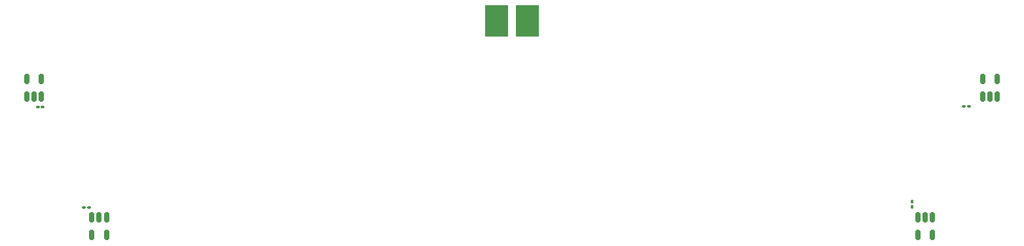
<source format=gbr>
%TF.GenerationSoftware,KiCad,Pcbnew,9.0.6-rc2*%
%TF.CreationDate,2025-11-03T16:18:09-08:00*%
%TF.ProjectId,FPC_Trigger_Board,4650435f-5472-4696-9767-65725f426f61,rev?*%
%TF.SameCoordinates,Original*%
%TF.FileFunction,Soldermask,Bot*%
%TF.FilePolarity,Negative*%
%FSLAX46Y46*%
G04 Gerber Fmt 4.6, Leading zero omitted, Abs format (unit mm)*
G04 Created by KiCad (PCBNEW 9.0.6-rc2) date 2025-11-03 16:18:09*
%MOMM*%
%LPD*%
G01*
G04 APERTURE LIST*
G04 Aperture macros list*
%AMRoundRect*
0 Rectangle with rounded corners*
0 $1 Rounding radius*
0 $2 $3 $4 $5 $6 $7 $8 $9 X,Y pos of 4 corners*
0 Add a 4 corners polygon primitive as box body*
4,1,4,$2,$3,$4,$5,$6,$7,$8,$9,$2,$3,0*
0 Add four circle primitives for the rounded corners*
1,1,$1+$1,$2,$3*
1,1,$1+$1,$4,$5*
1,1,$1+$1,$6,$7*
1,1,$1+$1,$8,$9*
0 Add four rect primitives between the rounded corners*
20,1,$1+$1,$2,$3,$4,$5,0*
20,1,$1+$1,$4,$5,$6,$7,0*
20,1,$1+$1,$6,$7,$8,$9,0*
20,1,$1+$1,$8,$9,$2,$3,0*%
G04 Aperture macros list end*
%ADD10C,0.000000*%
%ADD11RoundRect,0.015000X-0.135000X1.985000X-0.135000X-1.985000X0.135000X-1.985000X0.135000X1.985000X0*%
%ADD12RoundRect,0.150000X-0.150000X0.512500X-0.150000X-0.512500X0.150000X-0.512500X0.150000X0.512500X0*%
%ADD13RoundRect,0.100000X-0.130000X-0.100000X0.130000X-0.100000X0.130000X0.100000X-0.130000X0.100000X0*%
%ADD14RoundRect,0.150000X0.150000X-0.512500X0.150000X0.512500X-0.150000X0.512500X-0.150000X-0.512500X0*%
%ADD15RoundRect,0.100000X0.100000X-0.130000X0.100000X0.130000X-0.100000X0.130000X-0.100000X-0.130000X0*%
G04 APERTURE END LIST*
D10*
%TO.C,J2*%
G36*
X218187499Y-134557251D02*
G01*
X215187499Y-134557251D01*
X215187499Y-130557251D01*
X218187499Y-130557251D01*
X218187499Y-134557251D01*
G37*
%TO.C,J1*%
G36*
X222187501Y-134557250D02*
G01*
X219187501Y-134557250D01*
X219187501Y-130557250D01*
X222187501Y-130557250D01*
X222187501Y-134557250D01*
G37*
%TD*%
D11*
%TO.C,J2*%
X215687499Y-132557251D03*
X216187500Y-132557251D03*
X216687499Y-132557251D03*
X217187498Y-132557251D03*
X217687499Y-132557251D03*
%TD*%
%TO.C,J1*%
X219687501Y-132557250D03*
X220187502Y-132557250D03*
X220687501Y-132557250D03*
X221187500Y-132557250D03*
X221687501Y-132557250D03*
%TD*%
D12*
%TO.C,U1*%
X271139902Y-158070948D03*
X272089901Y-158070948D03*
X273039900Y-158070948D03*
X273039900Y-160345948D03*
X271139902Y-160345948D03*
%TD*%
D13*
%TO.C,C4*%
X157352050Y-143732251D03*
X157992050Y-143732251D03*
%TD*%
D14*
%TO.C,U4*%
X157821500Y-142380148D03*
X156871501Y-142380148D03*
X155921502Y-142380148D03*
X155921502Y-140105148D03*
X157821500Y-140105148D03*
%TD*%
D12*
%TO.C,U3*%
X164335101Y-158070948D03*
X165285100Y-158070948D03*
X166235099Y-158070948D03*
X166235099Y-160345948D03*
X164335101Y-160345948D03*
%TD*%
D13*
%TO.C,C3*%
X163346450Y-156737051D03*
X163986450Y-156737051D03*
%TD*%
%TO.C,C2*%
X277113050Y-143681450D03*
X277753050Y-143681450D03*
%TD*%
D14*
%TO.C,U2*%
X281453499Y-142380148D03*
X280503500Y-142380148D03*
X279553501Y-142380148D03*
X279553501Y-140105148D03*
X281453499Y-140105148D03*
%TD*%
D15*
%TO.C,C1*%
X270383000Y-156682400D03*
X270383000Y-156042400D03*
%TD*%
M02*

</source>
